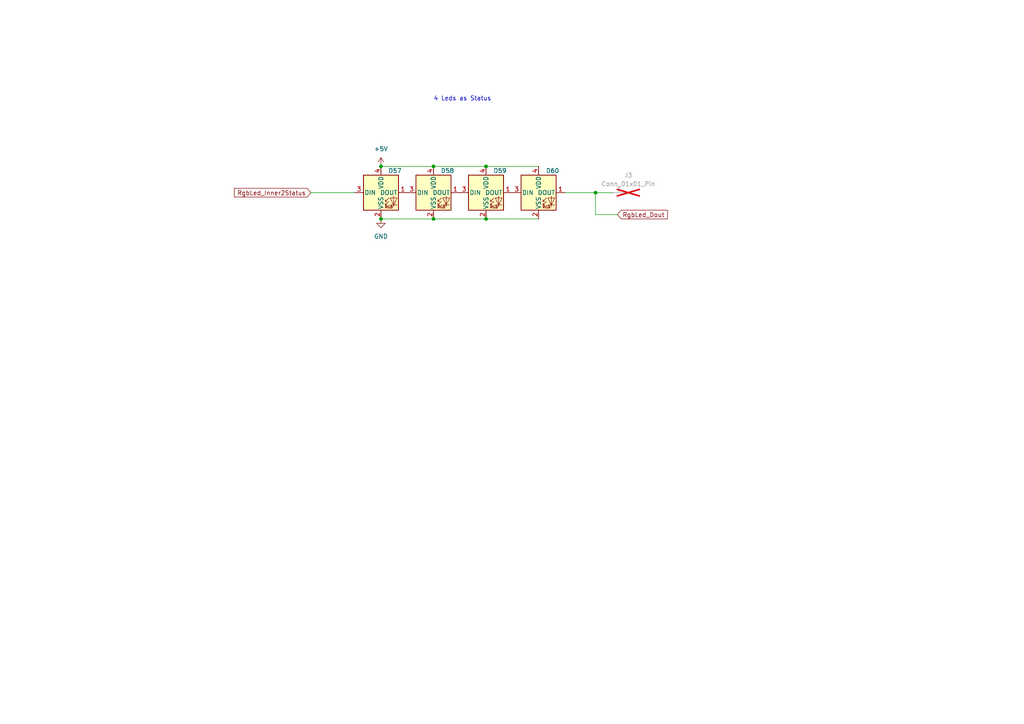
<source format=kicad_sch>
(kicad_sch (version 20231120) (generator "eeschema") (generator_version "8.0")
  (paper "A4")
  (lib_symbols
    (symbol "Connector:Conn_01x01_Pin" (pin_names (offset 1.016) hide)
      (property "Reference" "J" (at 0 2.54 0))
      (property "Value" "Conn_01x01_Pin" (at 0 -2.54 0))
      (symbol "Conn_01x01_Pin_1_1"
        (polyline (pts (xy 1.27 0) (xy 0.8636 0)) (stroke (width 0.1524)))
        (rectangle (start 0.8636 0.127) (end 0 -0.127) (stroke (width 0.1524)) (fill (type outline)))
        (pin passive line (at 5.08 0 180) (length 3.81) (name "Pin_1") (number "1"))
      )
    )
    (symbol "LED:WS2812B-2020" (pin_names (offset 0.254))
      (property "Reference" "D" (at 5.08 5.715 0))
      (property "Value" "WS2812B-2020" (at 1.27 -5.715 0))
      (symbol "WS2812B-2020_0_0"
        (text "RGB" (at 2.286 -4.191 0) (effects (font (size 0.762 0.762))))
      )
      (symbol "WS2812B-2020_0_1"
        (polyline (pts (xy 1.27 -3.556) (xy 1.778 -3.556)))
        (polyline (pts (xy 1.27 -2.54) (xy 1.778 -2.54)))
        (polyline (pts (xy 4.699 -3.556) (xy 2.667 -3.556)))
        (polyline (pts (xy 2.286 -2.54) (xy 1.27 -3.556) (xy 1.27 -3.048)))
        (polyline (pts (xy 2.286 -1.524) (xy 1.27 -2.54) (xy 1.27 -2.032)))
        (polyline (pts (xy 3.683 -1.016) (xy 3.683 -3.556) (xy 3.683 -4.064)))
        (polyline (pts (xy 4.699 -1.524) (xy 2.667 -1.524) (xy 3.683 -3.556) (xy 4.699 -1.524)))
        (rectangle (start 5.08 5.08) (end -5.08 -5.08) (stroke (width 0.254)) (fill (type background)))
      )
      (symbol "WS2812B-2020_1_1"
        (pin output line (at 7.62 0 180) (length 2.54) (name "DOUT") (number "1"))
        (pin power_in line (at 0 -7.62 90) (length 2.54) (name "VSS") (number "2"))
        (pin input line (at -7.62 0 0) (length 2.54) (name "DIN") (number "3"))
        (pin power_in line (at 0 7.62 270) (length 2.54) (name "VDD") (number "4"))
      )
    )
    (symbol "power:+5V" (power) (pin_numbers hide) (pin_names (offset 0) hide)
      (property "Value" "+5V" (at 0 3.556 0))
      (symbol "+5V_0_1"
        (polyline (pts (xy -0.762 1.27) (xy 0 2.54)))
        (polyline (pts (xy 0 0) (xy 0 2.54)))
        (polyline (pts (xy 0 2.54) (xy 0.762 1.27)))
      )
      (symbol "+5V_1_1"
        (pin power_in line (at 0 0 90) (length 0) (name "~") (number "1"))
      )
    )
    (symbol "power:GND" (power) (pin_numbers hide) (pin_names (offset 0) hide)
      (property "Value" "GND" (at 0 -3.81 0))
      (symbol "GND_0_1"
        (polyline (pts (xy 0 0) (xy 0 -1.27) (xy 1.27 -1.27) (xy 0 -2.54) (xy -1.27 -1.27) (xy 0 -1.27)))
      )
      (symbol "GND_1_1"
        (pin power_in line (at 0 0 270) (length 0) (name "~") (number "1"))
      )
    )
  )
  (junction (at 172.72 55.88))
  (junction (at 140.97 48.26))
  (junction (at 125.73 48.26))
  (junction (at 125.73 63.5))
  (junction (at 110.49 48.26))
  (junction (at 140.97 63.5))
  (junction (at 110.49 63.5))
  (wire (pts (xy 177.8 55.88) (xy 172.72 55.88)))
  (wire (pts (xy 125.73 48.26) (xy 140.97 48.26)))
  (wire (pts (xy 172.72 62.23) (xy 172.72 55.88)))
  (wire (pts (xy 125.73 63.5) (xy 140.97 63.5)))
  (wire (pts (xy 172.72 55.88) (xy 163.83 55.88)))
  (wire (pts (xy 140.97 48.26) (xy 156.21 48.26)))
  (wire (pts (xy 110.49 63.5) (xy 125.73 63.5)))
  (wire (pts (xy 110.49 48.26) (xy 125.73 48.26)))
  (wire (pts (xy 90.17 55.88) (xy 102.87 55.88)))
  (wire (pts (xy 179.07 62.23) (xy 172.72 62.23)))
  (wire (pts (xy 140.97 63.5) (xy 156.21 63.5)))
  (text "4 Leds as Status\n" (at 134.112 28.702 0) (effects (font (size 1.27 1.27))))
  (global_label "RgbLed_Dout" (shape input) (at 179.07 62.23 0) (property "Intersheetrefs" "${INTERSHEET_REFS}" (effects (hide yes))))
  (global_label "RgbLed_Inner2Status" (shape input) (at 90.17 55.88 180) (property "Intersheetrefs" "${INTERSHEET_REFS}" (effects (hide yes))))
  (symbol (lib_id "LED:WS2812B-2020") (at 125.73 55.88 0) (unit 1)
    (property "Reference" "D58" (at 129.794 49.53 0))
    (property "Value" "WS2812B-2020" (effects (hide yes)))
    (property "Footprint" "LED_SMD:LED_WS2812B-2020_PLCC4_2.0x2.0mm" (effects (hide yes)))
    (property "Datasheet" "https://cdn-shop.adafruit.com/product-files/4684/4684_WS2812B-2020_V1.3_EN.pdf" (effects (hide yes)))
    (property "Description" "RGB LED with integrated controller, 2.0 x 2.0 mm, 12 mA" (effects (hide yes)))
    (property "MPN" "WS2812B-2020" (effects (hide yes)))
  )
  (symbol (lib_id "LED:WS2812B-2020") (at 156.21 55.88 0) (unit 1)
    (property "Reference" "D60" (at 160.274 49.53 0))
    (property "Value" "WS2812B-2020" (effects (hide yes)))
    (property "Footprint" "LED_SMD:LED_WS2812B-2020_PLCC4_2.0x2.0mm" (effects (hide yes)))
    (property "Datasheet" "https://cdn-shop.adafruit.com/product-files/4684/4684_WS2812B-2020_V1.3_EN.pdf" (effects (hide yes)))
    (property "Description" "RGB LED with integrated controller, 2.0 x 2.0 mm, 12 mA" (effects (hide yes)))
    (property "MPN" "WS2812B-2020" (effects (hide yes)))
  )
  (symbol (lib_id "power:GND") (at 110.49 63.5 0) (unit 1)
    (property "Reference" "#PWR020" (effects (hide yes)))
    (property "Value" "GND" (at 110.49 68.58 0))
    (property "Description" "Power symbol creates a global label with name \"GND\" , ground" (effects (hide yes)))
  )
  (symbol (lib_id "LED:WS2812B-2020") (at 110.49 55.88 0) (unit 1)
    (property "Reference" "D57" (at 114.554 49.53 0))
    (property "Value" "WS2812B-2020" (effects (hide yes)))
    (property "Footprint" "LED_SMD:LED_WS2812B-2020_PLCC4_2.0x2.0mm" (effects (hide yes)))
    (property "Datasheet" "https://cdn-shop.adafruit.com/product-files/4684/4684_WS2812B-2020_V1.3_EN.pdf" (effects (hide yes)))
    (property "Description" "RGB LED with integrated controller, 2.0 x 2.0 mm, 12 mA" (effects (hide yes)))
    (property "MPN" "WS2812B-2020" (effects (hide yes)))
  )
  (symbol (lib_id "LED:WS2812B-2020") (at 140.97 55.88 0) (unit 1)
    (property "Reference" "D59" (at 145.034 49.53 0))
    (property "Value" "WS2812B-2020" (effects (hide yes)))
    (property "Footprint" "LED_SMD:LED_WS2812B-2020_PLCC4_2.0x2.0mm" (effects (hide yes)))
    (property "Datasheet" "https://cdn-shop.adafruit.com/product-files/4684/4684_WS2812B-2020_V1.3_EN.pdf" (effects (hide yes)))
    (property "Description" "RGB LED with integrated controller, 2.0 x 2.0 mm, 12 mA" (effects (hide yes)))
    (property "MPN" "WS2812B-2020" (effects (hide yes)))
  )
  (symbol (lib_id "Connector:Conn_01x01_Pin") (at 182.88 55.88 180) (unit 1) (dnp yes)
    (property "Reference" "J3" (at 182.245 50.8 0))
    (property "Value" "Conn_01x01_Pin" (at 182.245 53.34 0))
    (property "Footprint" "Connector_PinHeader_2.54mm:PinHeader_1x01_P2.54mm_Vertical" (effects (hide yes)))
    (property "Description" "Generic connector, single row, 01x01, script generated" (effects (hide yes)))
  )
  (symbol (lib_id "power:+5V") (at 110.49 48.26 0) (unit 1)
    (property "Reference" "#PWR019" (effects (hide yes)))
    (property "Value" "+5V" (at 110.49 43.18 0))
    (property "Description" "Power symbol creates a global label with name \"+5V\"" (effects (hide yes)))
  )
)
</source>
